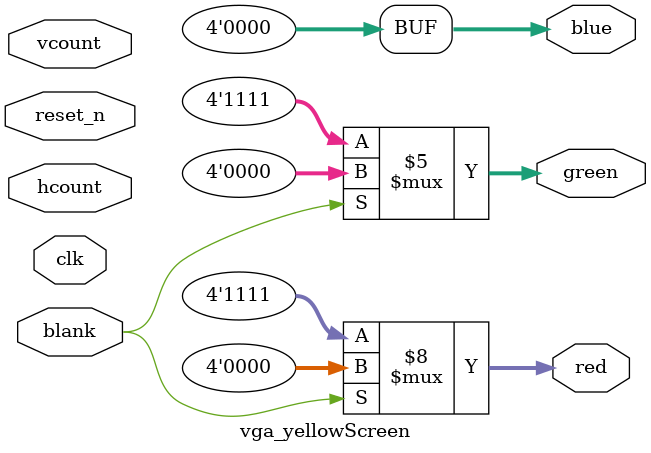
<source format=v>
`timescale 1ns / 1ps

module vga_yellowScreen(                                  
    input wire clk,                                       // Define 25MHz Clock input
    input wire reset_n,                                   // Define low active reset input
    input wire [11:0] hcount, vcount,                     // Define hcount and vcount for VGA pixels
    input wire blank,                                     // Define blank for VGA display 
    output reg [3:0] red,                                 // Define red output for VGA display
    output reg [3:0] green,                               // Define green output for VGA display
    output reg [3:0] blue                                 // Define blue output for VGA display
    );                                                    //

    // **Define 12-bit color for yellow**
    parameter YELLOW_SCREEN = 12'b1111_1111_0000;         // Define yellow color (full red, full green, no blue)

    // **Assign pixel color based on blanking signal**
    always@(*) begin                                      //
        if(blank) begin                                   // Check if blanking signal is active
            red   = 4'b0000;                              // Set red component to zero (black)
            green = 4'b0000;                              // Set green component to zero (black)
            blue  = 4'b0000;                              // Set blue component to zero (black)
        end else begin                                    // If not blanking, set yellow color
            red   = YELLOW_SCREEN[11:8];                  // Extract and assign red component
            green = YELLOW_SCREEN[7:4];                   // Extract and assign green component
            blue  = YELLOW_SCREEN[3:0];                   // Extract and assign blue component
        end
    end
         
endmodule

</source>
